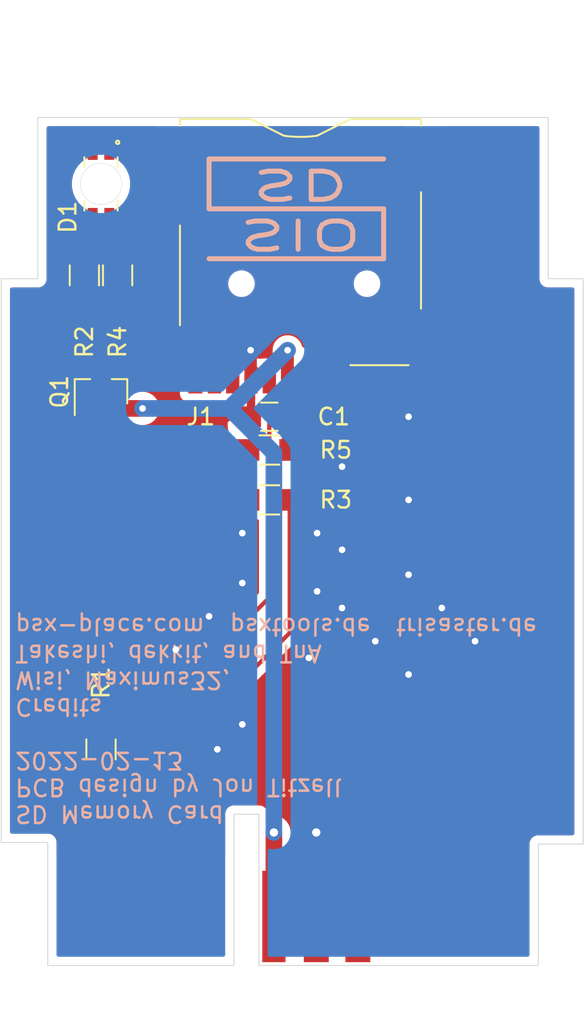
<source format=kicad_pcb>
(kicad_pcb (version 20171130) (host pcbnew "(5.1.6)-1")

  (general
    (thickness 1.6)
    (drawings 28)
    (tracks 87)
    (zones 0)
    (modules 10)
    (nets 17)
  )

  (page A4)
  (layers
    (0 F.Cu signal)
    (31 B.Cu signal)
    (32 B.Adhes user)
    (33 F.Adhes user)
    (34 B.Paste user)
    (35 F.Paste user)
    (36 B.SilkS user)
    (37 F.SilkS user)
    (38 B.Mask user)
    (39 F.Mask user)
    (40 Dwgs.User user)
    (41 Cmts.User user)
    (42 Eco1.User user)
    (43 Eco2.User user)
    (44 Edge.Cuts user)
    (45 Margin user)
    (46 B.CrtYd user)
    (47 F.CrtYd user)
    (48 B.Fab user)
    (49 F.Fab user)
  )

  (setup
    (last_trace_width 0.25)
    (trace_clearance 0.2)
    (zone_clearance 0.5)
    (zone_45_only no)
    (trace_min 0.2)
    (via_size 0.8)
    (via_drill 0.4)
    (via_min_size 0.4)
    (via_min_drill 0.3)
    (uvia_size 0.3)
    (uvia_drill 0.1)
    (uvias_allowed no)
    (uvia_min_size 0.2)
    (uvia_min_drill 0.1)
    (edge_width 0.05)
    (segment_width 0.2)
    (pcb_text_width 0.3)
    (pcb_text_size 1.5 1.5)
    (mod_edge_width 0.12)
    (mod_text_size 1 1)
    (mod_text_width 0.15)
    (pad_size 1.524 1.524)
    (pad_drill 0.762)
    (pad_to_mask_clearance 0.05)
    (aux_axis_origin 0 0)
    (visible_elements 7FFFFFFF)
    (pcbplotparams
      (layerselection 0x010f0_ffffffff)
      (usegerberextensions false)
      (usegerberattributes true)
      (usegerberadvancedattributes true)
      (creategerberjobfile true)
      (excludeedgelayer true)
      (linewidth 0.100000)
      (plotframeref false)
      (viasonmask false)
      (mode 1)
      (useauxorigin false)
      (hpglpennumber 1)
      (hpglpenspeed 20)
      (hpglpendiameter 15.000000)
      (psnegative false)
      (psa4output false)
      (plotreference true)
      (plotvalue true)
      (plotinvisibletext false)
      (padsonsilk false)
      (subtractmaskfromsilk false)
      (outputformat 1)
      (mirror false)
      (drillshape 0)
      (scaleselection 1)
      (outputdirectory "../gerbers"))
  )

  (net 0 "")
  (net 1 "Net-(D1-Pad2)")
  (net 2 "Net-(D1-Pad1)")
  (net 3 "Net-(J1-Pad8)")
  (net 4 /DATA)
  (net 5 /GND)
  (net 6 /CLK)
  (net 7 /+3V)
  (net 8 /CMD)
  (net 9 /_ATT)
  (net 10 "Net-(J1-Pad1)")
  (net 11 /_ACK)
  (net 12 /+7V)
  (net 13 "Net-(Q1-Pad1)")
  (net 14 "Net-(Q1-Pad3)")
  (net 15 "Net-(D1-Pad4)")
  (net 16 "Net-(J1-Pad10)")

  (net_class Default "This is the default net class."
    (clearance 0.2)
    (trace_width 0.25)
    (via_dia 0.8)
    (via_drill 0.4)
    (uvia_dia 0.3)
    (uvia_drill 0.1)
    (add_net /+3V)
    (add_net /+7V)
    (add_net /CLK)
    (add_net /CMD)
    (add_net /DATA)
    (add_net /GND)
    (add_net /_ACK)
    (add_net /_ATT)
    (add_net "Net-(D1-Pad1)")
    (add_net "Net-(D1-Pad2)")
    (add_net "Net-(D1-Pad4)")
    (add_net "Net-(J1-Pad1)")
    (add_net "Net-(J1-Pad10)")
    (add_net "Net-(J1-Pad8)")
    (add_net "Net-(Q1-Pad1)")
    (add_net "Net-(Q1-Pad3)")
  )

  (module SD4MC:Dialight_Dual_LED_5977703607F (layer F.Cu) (tedit 6208C086) (tstamp 6206B02F)
    (at 128 79 90)
    (path /620DCC50)
    (fp_text reference D1 (at -2 -2 90) (layer F.SilkS)
      (effects (font (size 1 1) (thickness 0.15)))
    )
    (fp_text value PWR/ACT (at 0 -5 90) (layer F.Fab)
      (effects (font (size 1 1) (thickness 0.15)))
    )
    (fp_line (start -1.6 0.8) (end -1.6 -0.8) (layer F.CrtYd) (width 0.12))
    (fp_line (start 1.6 0.8) (end -1.6 0.8) (layer F.CrtYd) (width 0.12))
    (fp_line (start 1.6 -0.8) (end 1.6 0.8) (layer F.CrtYd) (width 0.12))
    (fp_line (start -1.6 -0.8) (end 1.6 -0.8) (layer F.CrtYd) (width 0.12))
    (fp_circle (center 2.5 1) (end 2.6 1) (layer F.SilkS) (width 0.12))
    (fp_line (start -1 -1) (end -1.6 -1) (layer F.SilkS) (width 0.12))
    (fp_line (start -1.6 1) (end -1 1) (layer F.SilkS) (width 0.12))
    (fp_line (start 1.6 -1) (end 1 -1) (layer F.SilkS) (width 0.12))
    (fp_line (start 1 1) (end 1.6 1) (layer F.SilkS) (width 0.12))
    (pad 1 smd custom (at 1.8 0.5 90) (size 0.6 0.6) (layers F.Cu F.Paste F.Mask)
      (net 2 "Net-(D1-Pad1)") (zone_connect 0)
      (options (clearance outline) (anchor rect))
      (primitives
        (gr_poly (pts
           (xy 0.35 0.3) (xy 0.65 0) (xy 0.65 -0.3) (xy -0.35 -0.3) (xy -0.35 0.3)
) (width 0))
      ))
    (pad 2 smd rect (at -1.945 0.5 90) (size 1 0.6) (layers F.Cu F.Paste F.Mask)
      (net 1 "Net-(D1-Pad2)"))
    (pad 3 smd rect (at 1.945 -0.5 90) (size 1 0.6) (layers F.Cu F.Paste F.Mask)
      (net 2 "Net-(D1-Pad1)"))
    (pad 4 smd rect (at -1.945 -0.5 90) (size 1 0.6) (layers F.Cu F.Paste F.Mask)
      (net 15 "Net-(D1-Pad4)"))
    (pad "" np_thru_hole circle (at 0 0 90) (size 2.5 2.5) (drill 2.49) (layers *.Cu *.Mask))
  )

  (module SD4MC:Yamaichi_microsd_PJS008-2003-1 (layer F.Cu) (tedit 6208AFFF) (tstamp 6206495B)
    (at 140 85)
    (path /6205B025)
    (fp_text reference J1 (at -6 8) (layer F.SilkS)
      (effects (font (size 1 1) (thickness 0.15)))
    )
    (fp_text value Micro_SD_Card (at 0 10) (layer F.Fab)
      (effects (font (size 1 1) (thickness 0.15)))
    )
    (fp_text user "Pushed Position" (at 0 -11) (layer Cmts.User)
      (effects (font (size 1 1) (thickness 0.15)))
    )
    (fp_text user "Locked Position" (at 0 -13) (layer Cmts.User)
      (effects (font (size 1 1) (thickness 0.15)))
    )
    (fp_text user "Ejected Position" (at 0 -16) (layer Cmts.User)
      (effects (font (size 1 1) (thickness 0.15)))
    )
    (fp_arc (start -0.000001 -15.899999) (end -1 -8.9) (angle -16.26020471) (layer F.SilkS) (width 0.12))
    (fp_line (start -7 -12) (end -7 -11) (layer Cmts.User) (width 0.12))
    (fp_line (start 7 -12) (end 7 -11) (layer Cmts.User) (width 0.12))
    (fp_line (start 7 -14) (end 7 -13) (layer Cmts.User) (width 0.12))
    (fp_line (start -7 -14) (end -7 -13) (layer Cmts.User) (width 0.12))
    (fp_line (start -7 -17) (end -7 -16) (layer Cmts.User) (width 0.12))
    (fp_line (start 7 -17) (end 7 -16) (layer Cmts.User) (width 0.12))
    (fp_line (start 7 -17) (end -7 -17) (layer Cmts.User) (width 0.12))
    (fp_line (start 7.25 -9.5) (end 7.25 -9.9) (layer F.SilkS) (width 0.12))
    (fp_line (start -7.25 -9.9) (end -7.25 -9.5) (layer F.SilkS) (width 0.12))
    (fp_line (start -1 -8.9) (end -3 -9.9) (layer F.SilkS) (width 0.12))
    (fp_line (start 1 -8.9) (end 3 -9.9) (layer F.SilkS) (width 0.12))
    (fp_line (start 3 -9.9) (end 7.25 -9.9) (layer F.SilkS) (width 0.12))
    (fp_line (start -7.25 -9.9) (end -3 -9.9) (layer F.SilkS) (width 0.12))
    (fp_line (start -7.25 2.5) (end -7.25 -3.5) (layer F.SilkS) (width 0.12))
    (fp_line (start 7.25 1.5) (end 7.25 -5.5) (layer F.SilkS) (width 0.12))
    (fp_line (start 3 4.9) (end 6.5 4.9) (layer F.SilkS) (width 0.12))
    (fp_line (start -7.25 -9.9) (end 7.25 -9.9) (layer F.CrtYd) (width 0.12))
    (fp_line (start 7.25 -9.9) (end 7.25 4.9) (layer F.CrtYd) (width 0.12))
    (fp_line (start 7.25 4.9) (end -7.25 4.9) (layer F.CrtYd) (width 0.12))
    (fp_line (start -7.25 4.9) (end -7.25 -9.9) (layer F.CrtYd) (width 0.12))
    (fp_line (start -7 -12) (end 7 -12) (layer Cmts.User) (width 0.12))
    (fp_line (start -7 -14) (end 7 -14) (layer Cmts.User) (width 0.12))
    (pad 1 smd rect (at 2.525 5.8) (size 0.8 1.6) (layers F.Cu F.Paste F.Mask)
      (net 10 "Net-(J1-Pad1)"))
    (pad 2 smd rect (at 1.425 5.8) (size 0.8 1.6) (layers F.Cu F.Paste F.Mask)
      (net 9 /_ATT))
    (pad 3 smd rect (at 0.325 5.8) (size 0.8 1.6) (layers F.Cu F.Paste F.Mask)
      (net 8 /CMD))
    (pad 4 smd rect (at -0.775 5.8) (size 0.8 1.6) (layers F.Cu F.Paste F.Mask)
      (net 7 /+3V))
    (pad 5 smd rect (at -1.875 5.8) (size 0.8 1.6) (layers F.Cu F.Paste F.Mask)
      (net 6 /CLK))
    (pad 6 smd rect (at -2.975 5.8) (size 0.8 1.6) (layers F.Cu F.Paste F.Mask)
      (net 5 /GND))
    (pad 7 smd rect (at -4.075 5.8) (size 0.8 1.6) (layers F.Cu F.Paste F.Mask)
      (net 4 /DATA))
    (pad 8 smd rect (at -5.175 5.8) (size 0.8 1.6) (layers F.Cu F.Paste F.Mask)
      (net 3 "Net-(J1-Pad8)"))
    (pad 9 smd rect (at -6.325 5.8) (size 0.85 1.6) (layers F.Cu F.Paste F.Mask)
      (net 2 "Net-(D1-Pad1)"))
    (pad "" np_thru_hole circle (at 4 0) (size 0.6 0.6) (drill 0.6) (layers *.Cu *.Mask))
    (pad "" np_thru_hole circle (at -3.55 0) (size 0.6 0.6) (drill 0.6) (layers *.Cu *.Mask))
    (pad 11 smd rect (at 7.4 3.65) (size 1.6 3.5) (layers F.Cu F.Paste F.Mask)
      (net 5 /GND))
    (pad 11 smd rect (at 7.5 -7.35) (size 1.4 3.5) (layers F.Cu F.Paste F.Mask)
      (net 5 /GND))
    (pad 11 smd rect (at -7.45 -7.35) (size 1.5 3.5) (layers F.Cu F.Paste F.Mask)
      (net 5 /GND))
    (pad 11 smd rect (at -7.6 4.15) (size 1.2 3.1) (layers F.Cu F.Paste F.Mask)
      (net 5 /GND))
    (pad 10 smd rect (at -7.225 -4.4) (size 1.95 1.4) (layers F.Cu F.Paste F.Mask)
      (net 16 "Net-(J1-Pad10)"))
    (model ${KIPRJMOD}/Yamaichi_microsd_PJS008-2003-1.stp
      (offset (xyz 0 2.25 0))
      (scale (xyz 1 1 1))
      (rotate (xyz -90 0 180))
    )
  )

  (module Capacitors_SMD:C_0805_HandSoldering (layer F.Cu) (tedit 58AA84A8) (tstamp 6206C82C)
    (at 138.125 93 180)
    (descr "Capacitor SMD 0805, hand soldering")
    (tags "capacitor 0805")
    (path /620EFC42)
    (attr smd)
    (fp_text reference C1 (at -3.875 0) (layer F.SilkS)
      (effects (font (size 1 1) (thickness 0.15)))
    )
    (fp_text value 0.1u (at 0 1.75) (layer F.Fab)
      (effects (font (size 1 1) (thickness 0.15)))
    )
    (fp_line (start 2.25 0.87) (end -2.25 0.87) (layer F.CrtYd) (width 0.05))
    (fp_line (start 2.25 0.87) (end 2.25 -0.88) (layer F.CrtYd) (width 0.05))
    (fp_line (start -2.25 -0.88) (end -2.25 0.87) (layer F.CrtYd) (width 0.05))
    (fp_line (start -2.25 -0.88) (end 2.25 -0.88) (layer F.CrtYd) (width 0.05))
    (fp_line (start -0.5 0.85) (end 0.5 0.85) (layer F.SilkS) (width 0.12))
    (fp_line (start 0.5 -0.85) (end -0.5 -0.85) (layer F.SilkS) (width 0.12))
    (fp_line (start -1 -0.62) (end 1 -0.62) (layer F.Fab) (width 0.1))
    (fp_line (start 1 -0.62) (end 1 0.62) (layer F.Fab) (width 0.1))
    (fp_line (start 1 0.62) (end -1 0.62) (layer F.Fab) (width 0.1))
    (fp_line (start -1 0.62) (end -1 -0.62) (layer F.Fab) (width 0.1))
    (fp_text user %R (at 0 -1.75) (layer F.Fab)
      (effects (font (size 1 1) (thickness 0.15)))
    )
    (pad 1 smd rect (at -1.25 0 180) (size 1.5 1.25) (layers F.Cu F.Paste F.Mask)
      (net 7 /+3V))
    (pad 2 smd rect (at 1.25 0 180) (size 1.5 1.25) (layers F.Cu F.Paste F.Mask)
      (net 5 /GND))
    (model Capacitors_SMD.3dshapes/C_0805.wrl
      (at (xyz 0 0 0))
      (scale (xyz 1 1 1))
      (rotate (xyz 0 0 0))
    )
  )

  (module Resistors_SMD:R_0805_HandSoldering (layer F.Cu) (tedit 58E0A804) (tstamp 6206498B)
    (at 138.125 95)
    (descr "Resistor SMD 0805, hand soldering")
    (tags "resistor 0805")
    (path /6205E0B2)
    (attr smd)
    (fp_text reference R5 (at 4 0) (layer F.SilkS)
      (effects (font (size 1 1) (thickness 0.15)))
    )
    (fp_text value 10k (at 0 1.75) (layer F.Fab)
      (effects (font (size 1 1) (thickness 0.15)))
    )
    (fp_line (start 2.35 0.9) (end -2.35 0.9) (layer F.CrtYd) (width 0.05))
    (fp_line (start 2.35 0.9) (end 2.35 -0.9) (layer F.CrtYd) (width 0.05))
    (fp_line (start -2.35 -0.9) (end -2.35 0.9) (layer F.CrtYd) (width 0.05))
    (fp_line (start -2.35 -0.9) (end 2.35 -0.9) (layer F.CrtYd) (width 0.05))
    (fp_line (start -0.6 -0.88) (end 0.6 -0.88) (layer F.SilkS) (width 0.12))
    (fp_line (start 0.6 0.88) (end -0.6 0.88) (layer F.SilkS) (width 0.12))
    (fp_line (start -1 -0.62) (end 1 -0.62) (layer F.Fab) (width 0.1))
    (fp_line (start 1 -0.62) (end 1 0.62) (layer F.Fab) (width 0.1))
    (fp_line (start 1 0.62) (end -1 0.62) (layer F.Fab) (width 0.1))
    (fp_line (start -1 0.62) (end -1 -0.62) (layer F.Fab) (width 0.1))
    (fp_text user %R (at 0 0) (layer F.Fab)
      (effects (font (size 0.5 0.5) (thickness 0.075)))
    )
    (pad 1 smd rect (at -1.35 0) (size 1.5 1.3) (layers F.Cu F.Paste F.Mask)
      (net 13 "Net-(Q1-Pad1)"))
    (pad 2 smd rect (at 1.35 0) (size 1.5 1.3) (layers F.Cu F.Paste F.Mask)
      (net 7 /+3V))
    (model ${KISYS3DMOD}/Resistors_SMD.3dshapes/R_0805.wrl
      (at (xyz 0 0 0))
      (scale (xyz 1 1 1))
      (rotate (xyz 0 0 0))
    )
  )

  (module Resistors_SMD:R_0805_HandSoldering (layer F.Cu) (tedit 58E0A804) (tstamp 62064988)
    (at 129 84.5 270)
    (descr "Resistor SMD 0805, hand soldering")
    (tags "resistor 0805")
    (path /6205DB58)
    (attr smd)
    (fp_text reference R4 (at 4 0 90) (layer F.SilkS)
      (effects (font (size 1 1) (thickness 0.15)))
    )
    (fp_text value 47 (at 0 1.75 90) (layer F.Fab)
      (effects (font (size 1 1) (thickness 0.15)))
    )
    (fp_line (start 2.35 0.9) (end -2.35 0.9) (layer F.CrtYd) (width 0.05))
    (fp_line (start 2.35 0.9) (end 2.35 -0.9) (layer F.CrtYd) (width 0.05))
    (fp_line (start -2.35 -0.9) (end -2.35 0.9) (layer F.CrtYd) (width 0.05))
    (fp_line (start -2.35 -0.9) (end 2.35 -0.9) (layer F.CrtYd) (width 0.05))
    (fp_line (start -0.6 -0.88) (end 0.6 -0.88) (layer F.SilkS) (width 0.12))
    (fp_line (start 0.6 0.88) (end -0.6 0.88) (layer F.SilkS) (width 0.12))
    (fp_line (start -1 -0.62) (end 1 -0.62) (layer F.Fab) (width 0.1))
    (fp_line (start 1 -0.62) (end 1 0.62) (layer F.Fab) (width 0.1))
    (fp_line (start 1 0.62) (end -1 0.62) (layer F.Fab) (width 0.1))
    (fp_line (start -1 0.62) (end -1 -0.62) (layer F.Fab) (width 0.1))
    (fp_text user %R (at 0 0 90) (layer F.Fab)
      (effects (font (size 0.5 0.5) (thickness 0.075)))
    )
    (pad 1 smd rect (at -1.35 0 270) (size 1.5 1.3) (layers F.Cu F.Paste F.Mask)
      (net 1 "Net-(D1-Pad2)"))
    (pad 2 smd rect (at 1.35 0 270) (size 1.5 1.3) (layers F.Cu F.Paste F.Mask)
      (net 7 /+3V))
    (model ${KISYS3DMOD}/Resistors_SMD.3dshapes/R_0805.wrl
      (at (xyz 0 0 0))
      (scale (xyz 1 1 1))
      (rotate (xyz 0 0 0))
    )
  )

  (module Resistors_SMD:R_0805_HandSoldering (layer F.Cu) (tedit 58E0A804) (tstamp 6208CD1D)
    (at 138.125 98)
    (descr "Resistor SMD 0805, hand soldering")
    (tags "resistor 0805")
    (path /6205E671)
    (attr smd)
    (fp_text reference R3 (at 4 0) (layer F.SilkS)
      (effects (font (size 1 1) (thickness 0.15)))
    )
    (fp_text value 100 (at 0 1.75) (layer F.Fab)
      (effects (font (size 1 1) (thickness 0.15)))
    )
    (fp_line (start 2.35 0.9) (end -2.35 0.9) (layer F.CrtYd) (width 0.05))
    (fp_line (start 2.35 0.9) (end 2.35 -0.9) (layer F.CrtYd) (width 0.05))
    (fp_line (start -2.35 -0.9) (end -2.35 0.9) (layer F.CrtYd) (width 0.05))
    (fp_line (start -2.35 -0.9) (end 2.35 -0.9) (layer F.CrtYd) (width 0.05))
    (fp_line (start -0.6 -0.88) (end 0.6 -0.88) (layer F.SilkS) (width 0.12))
    (fp_line (start 0.6 0.88) (end -0.6 0.88) (layer F.SilkS) (width 0.12))
    (fp_line (start -1 -0.62) (end 1 -0.62) (layer F.Fab) (width 0.1))
    (fp_line (start 1 -0.62) (end 1 0.62) (layer F.Fab) (width 0.1))
    (fp_line (start 1 0.62) (end -1 0.62) (layer F.Fab) (width 0.1))
    (fp_line (start -1 0.62) (end -1 -0.62) (layer F.Fab) (width 0.1))
    (fp_text user %R (at 0 0) (layer F.Fab)
      (effects (font (size 0.5 0.5) (thickness 0.075)))
    )
    (pad 1 smd rect (at -1.35 0) (size 1.5 1.3) (layers F.Cu F.Paste F.Mask)
      (net 13 "Net-(Q1-Pad1)"))
    (pad 2 smd rect (at 1.35 0) (size 1.5 1.3) (layers F.Cu F.Paste F.Mask)
      (net 9 /_ATT))
    (model ${KISYS3DMOD}/Resistors_SMD.3dshapes/R_0805.wrl
      (at (xyz 0 0 0))
      (scale (xyz 1 1 1))
      (rotate (xyz 0 0 0))
    )
  )

  (module Resistors_SMD:R_0805_HandSoldering (layer F.Cu) (tedit 58E0A804) (tstamp 6208F180)
    (at 127 84.5 270)
    (descr "Resistor SMD 0805, hand soldering")
    (tags "resistor 0805")
    (path /6205CE37)
    (attr smd)
    (fp_text reference R2 (at 4 0 90) (layer F.SilkS)
      (effects (font (size 1 1) (thickness 0.15)))
    )
    (fp_text value 47 (at 0 1.75 90) (layer F.Fab)
      (effects (font (size 1 1) (thickness 0.15)))
    )
    (fp_line (start 2.35 0.9) (end -2.35 0.9) (layer F.CrtYd) (width 0.05))
    (fp_line (start 2.35 0.9) (end 2.35 -0.9) (layer F.CrtYd) (width 0.05))
    (fp_line (start -2.35 -0.9) (end -2.35 0.9) (layer F.CrtYd) (width 0.05))
    (fp_line (start -2.35 -0.9) (end 2.35 -0.9) (layer F.CrtYd) (width 0.05))
    (fp_line (start -0.6 -0.88) (end 0.6 -0.88) (layer F.SilkS) (width 0.12))
    (fp_line (start 0.6 0.88) (end -0.6 0.88) (layer F.SilkS) (width 0.12))
    (fp_line (start -1 -0.62) (end 1 -0.62) (layer F.Fab) (width 0.1))
    (fp_line (start 1 -0.62) (end 1 0.62) (layer F.Fab) (width 0.1))
    (fp_line (start 1 0.62) (end -1 0.62) (layer F.Fab) (width 0.1))
    (fp_line (start -1 0.62) (end -1 -0.62) (layer F.Fab) (width 0.1))
    (fp_text user %R (at 0 0 90) (layer F.Fab)
      (effects (font (size 0.5 0.5) (thickness 0.075)))
    )
    (pad 1 smd rect (at -1.35 0 270) (size 1.5 1.3) (layers F.Cu F.Paste F.Mask)
      (net 15 "Net-(D1-Pad4)"))
    (pad 2 smd rect (at 1.35 0 270) (size 1.5 1.3) (layers F.Cu F.Paste F.Mask)
      (net 14 "Net-(Q1-Pad3)"))
    (model ${KISYS3DMOD}/Resistors_SMD.3dshapes/R_0805.wrl
      (at (xyz 0 0 0))
      (scale (xyz 1 1 1))
      (rotate (xyz 0 0 0))
    )
  )

  (module Resistors_SMD:R_0805_HandSoldering (layer F.Cu) (tedit 58E0A804) (tstamp 6206497F)
    (at 128 113 270)
    (descr "Resistor SMD 0805, hand soldering")
    (tags "resistor 0805")
    (path /6205EE5F)
    (attr smd)
    (fp_text reference R1 (at -4 0 90) (layer F.SilkS)
      (effects (font (size 1 1) (thickness 0.15)))
    )
    (fp_text value 100 (at 0 1.75 90) (layer F.Fab)
      (effects (font (size 1 1) (thickness 0.15)))
    )
    (fp_line (start 2.35 0.9) (end -2.35 0.9) (layer F.CrtYd) (width 0.05))
    (fp_line (start 2.35 0.9) (end 2.35 -0.9) (layer F.CrtYd) (width 0.05))
    (fp_line (start -2.35 -0.9) (end -2.35 0.9) (layer F.CrtYd) (width 0.05))
    (fp_line (start -2.35 -0.9) (end 2.35 -0.9) (layer F.CrtYd) (width 0.05))
    (fp_line (start -0.6 -0.88) (end 0.6 -0.88) (layer F.SilkS) (width 0.12))
    (fp_line (start 0.6 0.88) (end -0.6 0.88) (layer F.SilkS) (width 0.12))
    (fp_line (start -1 -0.62) (end 1 -0.62) (layer F.Fab) (width 0.1))
    (fp_line (start 1 -0.62) (end 1 0.62) (layer F.Fab) (width 0.1))
    (fp_line (start 1 0.62) (end -1 0.62) (layer F.Fab) (width 0.1))
    (fp_line (start -1 0.62) (end -1 -0.62) (layer F.Fab) (width 0.1))
    (fp_text user %R (at 0 0 90) (layer F.Fab)
      (effects (font (size 0.5 0.5) (thickness 0.075)))
    )
    (pad 1 smd rect (at -1.35 0 270) (size 1.5 1.3) (layers F.Cu F.Paste F.Mask)
      (net 5 /GND))
    (pad 2 smd rect (at 1.35 0 270) (size 1.5 1.3) (layers F.Cu F.Paste F.Mask)
      (net 11 /_ACK))
    (model ${KISYS3DMOD}/Resistors_SMD.3dshapes/R_0805.wrl
      (at (xyz 0 0 0))
      (scale (xyz 1 1 1))
      (rotate (xyz 0 0 0))
    )
  )

  (module TO_SOT_Packages_SMD:SOT-23 (layer F.Cu) (tedit 58CE4E7E) (tstamp 6206497C)
    (at 128 91.5 90)
    (descr "SOT-23, Standard")
    (tags SOT-23)
    (path /6205F20A)
    (attr smd)
    (fp_text reference Q1 (at 0 -2.5 90) (layer F.SilkS)
      (effects (font (size 1 1) (thickness 0.15)))
    )
    (fp_text value DMP10H4D2S (at 0 2.5 90) (layer F.Fab)
      (effects (font (size 1 1) (thickness 0.15)))
    )
    (fp_line (start 0.76 1.58) (end -0.7 1.58) (layer F.SilkS) (width 0.12))
    (fp_line (start 0.76 -1.58) (end -1.4 -1.58) (layer F.SilkS) (width 0.12))
    (fp_line (start -1.7 1.75) (end -1.7 -1.75) (layer F.CrtYd) (width 0.05))
    (fp_line (start 1.7 1.75) (end -1.7 1.75) (layer F.CrtYd) (width 0.05))
    (fp_line (start 1.7 -1.75) (end 1.7 1.75) (layer F.CrtYd) (width 0.05))
    (fp_line (start -1.7 -1.75) (end 1.7 -1.75) (layer F.CrtYd) (width 0.05))
    (fp_line (start 0.76 -1.58) (end 0.76 -0.65) (layer F.SilkS) (width 0.12))
    (fp_line (start 0.76 1.58) (end 0.76 0.65) (layer F.SilkS) (width 0.12))
    (fp_line (start -0.7 1.52) (end 0.7 1.52) (layer F.Fab) (width 0.1))
    (fp_line (start 0.7 -1.52) (end 0.7 1.52) (layer F.Fab) (width 0.1))
    (fp_line (start -0.7 -0.95) (end -0.15 -1.52) (layer F.Fab) (width 0.1))
    (fp_line (start -0.15 -1.52) (end 0.7 -1.52) (layer F.Fab) (width 0.1))
    (fp_line (start -0.7 -0.95) (end -0.7 1.5) (layer F.Fab) (width 0.1))
    (fp_text user %R (at 0 0) (layer F.Fab)
      (effects (font (size 0.5 0.5) (thickness 0.075)))
    )
    (pad 1 smd rect (at -1 -0.95 90) (size 0.9 0.8) (layers F.Cu F.Paste F.Mask)
      (net 13 "Net-(Q1-Pad1)"))
    (pad 2 smd rect (at -1 0.95 90) (size 0.9 0.8) (layers F.Cu F.Paste F.Mask)
      (net 7 /+3V))
    (pad 3 smd rect (at 1 0 90) (size 0.9 0.8) (layers F.Cu F.Paste F.Mask)
      (net 14 "Net-(Q1-Pad3)"))
    (model ${KISYS3DMOD}/TO_SOT_Packages_SMD.3dshapes/SOT-23.wrl
      (at (xyz 0 0 0))
      (scale (xyz 1 1 1))
      (rotate (xyz 0 0 0))
    )
  )

  (module SD4MC:PlayStation2_MemoryCard locked (layer F.Cu) (tedit 5EAC023B) (tstamp 6206A038)
    (at 139.5 126)
    (path /6205FE35)
    (fp_text reference J2 (at 0 1.25) (layer F.Fab)
      (effects (font (size 1 1) (thickness 0.1)))
    )
    (fp_text value PS2_SIO (at 0 2.75) (layer F.Fab)
      (effects (font (size 1 1) (thickness 0.1)))
    )
    (fp_line (start 14.7 0) (end 14.7 -7.3) (layer F.Fab) (width 0.1))
    (fp_line (start -14.7 0) (end -14.7 -7.3) (layer F.Fab) (width 0.1))
    (fp_line (start 14.7 -7.3) (end 17.5 -7.3) (layer F.Fab) (width 0.1))
    (fp_line (start -14.7 -7.3) (end -17.5 -7.3) (layer F.Fab) (width 0.1))
    (fp_line (start -17.5 -7.3) (end -17.5 -41.3) (layer F.Fab) (width 0.1))
    (fp_line (start 17.5 -7.3) (end 17.5 -41.3) (layer F.Fab) (width 0.1))
    (fp_line (start 17.5 -41.3) (end 15.3 -41.3) (layer F.Fab) (width 0.1))
    (fp_line (start -17.5 -41.3) (end -15.3 -41.3) (layer F.Fab) (width 0.1))
    (fp_line (start -15.3 -41.3) (end -15.3 -51) (layer F.Fab) (width 0.1))
    (fp_line (start 15.3 -41.3) (end 15.3 -51) (layer F.Fab) (width 0.1))
    (fp_line (start 15.3 -51) (end -15.3 -51) (layer F.Fab) (width 0.1))
    (fp_line (start -15.3 -45) (end 15.3 -45) (layer F.Fab) (width 0.1))
    (fp_line (start -3.6 0) (end -3.6 -9.1) (layer F.Fab) (width 0.1))
    (fp_line (start -3.6 -9.1) (end -2 -9.1) (layer F.Fab) (width 0.1))
    (fp_line (start -2 -9.1) (end -2 0) (layer F.Fab) (width 0.1))
    (fp_line (start -14.7 0) (end -3.6 0) (layer F.Fab) (width 0.1))
    (fp_line (start -2 0) (end 14.7 0) (layer F.Fab) (width 0.1))
    (fp_circle (center 0 -26.3) (end 1.3 -26.3) (layer F.Fab) (width 0.1))
    (pad 1 smd rect (at 11.95 -3.35) (size 1.5 4.7) (layers F.Cu F.Mask)
      (net 4 /DATA))
    (pad 2 smd rect (at 9.45 -3.35) (size 1.5 4.7) (layers F.Cu F.Mask)
      (net 8 /CMD))
    (pad 6 smd rect (at -6.45 -3.35) (size 1.5 4.7) (layers F.Cu F.Mask)
      (net 9 /_ATT))
    (pad 7 smd rect (at -8.95 -3.35) (size 1.5 4.7) (layers F.Cu F.Mask)
      (net 6 /CLK))
    (pad 8 smd rect (at -11.45 -3.35) (size 1.5 4.7) (layers F.Cu F.Mask)
      (net 11 /_ACK))
    (pad 3 smd rect (at 3.95 -2.95) (size 1.5 5.5) (layers F.Cu F.Mask)
      (net 12 /+7V))
    (pad 4 smd rect (at 1.45 -2.95) (size 1.5 5.5) (layers F.Cu F.Mask)
      (net 5 /GND))
    (pad 5 smd rect (at -1.1 -2.95) (size 1.4 5.5) (layers F.Cu F.Mask)
      (net 7 /+3V))
  )

  (gr_text SIO (at 140 82 180) (layer B.SilkS)
    (effects (font (size 1.7 3) (thickness 0.3)) (justify mirror))
  )
  (gr_text SD (at 140 79 180) (layer B.SilkS)
    (effects (font (size 1.7 3) (thickness 0.3)) (justify mirror))
  )
  (gr_line (start 134.5 77.5) (end 145 77.5) (layer B.SilkS) (width 0.3))
  (gr_line (start 134.5 80.5) (end 134.5 77.5) (layer B.SilkS) (width 0.3))
  (gr_line (start 145 80.5) (end 134.5 80.5) (layer B.SilkS) (width 0.3))
  (gr_line (start 145 83.5) (end 145 80.5) (layer B.SilkS) (width 0.3))
  (gr_line (start 134.5 83.5) (end 145 83.5) (layer B.SilkS) (width 0.3))
  (gr_text "SD Memory Card\nPCB design by Jon Titzell\n2022-02-13\n\nCredits\nWisi, Maximus32,\nTakeshi, dekkit, and TnA\npsx-place.com  psxtools.de  trisaster.de" (at 122.75 111.25 180) (layer B.SilkS) (tstamp 62090335)
    (effects (font (size 1 1) (thickness 0.15)) (justify left mirror))
  )
  (gr_line (start 124.8 118.6) (end 124.8 126) (layer Edge.Cuts) (width 0.05) (tstamp 62064AF3))
  (gr_line (start 122 118.6) (end 124.8 118.6) (layer Edge.Cuts) (width 0.05))
  (gr_line (start 122 84.7) (end 122 118.6) (layer Edge.Cuts) (width 0.05))
  (gr_line (start 124.2 84.7) (end 122 84.7) (layer Edge.Cuts) (width 0.05))
  (gr_line (start 124.2 75) (end 124.2 84.7) (layer Edge.Cuts) (width 0.05))
  (gr_line (start 154.9 75) (end 124.2 75) (layer Edge.Cuts) (width 0.05))
  (gr_line (start 154.9 84.7) (end 154.9 75) (layer Edge.Cuts) (width 0.05))
  (gr_line (start 157 84.7) (end 154.9 84.7) (layer Edge.Cuts) (width 0.05))
  (gr_line (start 157 118.7) (end 157 84.7) (layer Edge.Cuts) (width 0.05))
  (gr_line (start 154.3 118.7) (end 157 118.7) (layer Edge.Cuts) (width 0.05))
  (gr_line (start 154.3 126) (end 154.3 118.7) (layer Edge.Cuts) (width 0.05))
  (gr_line (start 137.5 126) (end 154.3 126) (layer Edge.Cuts) (width 0.05))
  (gr_line (start 137.5 116.9) (end 137.5 126) (layer Edge.Cuts) (width 0.05))
  (gr_line (start 136 116.9) (end 137.5 116.9) (layer Edge.Cuts) (width 0.05))
  (gr_line (start 136 126) (end 136 116.9) (layer Edge.Cuts) (width 0.05))
  (gr_line (start 124.8 126) (end 136 126) (layer Edge.Cuts) (width 0.05))
  (gr_line (start 122 75) (end 122 126) (layer Margin) (width 0.15))
  (gr_line (start 157 75) (end 122 75) (layer Margin) (width 0.15))
  (gr_line (start 157 126) (end 157 75) (layer Margin) (width 0.15))
  (gr_line (start 122 126) (end 157 126) (layer Margin) (width 0.15))

  (segment (start 128.5 82.65) (end 129 83.15) (width 0.25) (layer F.Cu) (net 1))
  (segment (start 128.5 80.895) (end 128.5 82.65) (width 0.25) (layer F.Cu) (net 1))
  (segment (start 127.5 77.105) (end 128.5 77.105) (width 0.25) (layer F.Cu) (net 2))
  (segment (start 133.675 86.675) (end 133.675 90.8) (width 0.25) (layer F.Cu) (net 2))
  (segment (start 131 79) (end 131 84) (width 0.25) (layer F.Cu) (net 2))
  (segment (start 128.5 77.105) (end 129.105 77.105) (width 0.25) (layer F.Cu) (net 2))
  (segment (start 131 84) (end 133.675 86.675) (width 0.25) (layer F.Cu) (net 2))
  (segment (start 129.105 77.105) (end 131 79) (width 0.25) (layer F.Cu) (net 2))
  (segment (start 145 88) (end 145 103) (width 0.25) (layer F.Cu) (net 4))
  (segment (start 151.5 109.5) (end 151.5 122.6) (width 0.25) (layer F.Cu) (net 4))
  (segment (start 144 87) (end 145 88) (width 0.25) (layer F.Cu) (net 4))
  (segment (start 137 87) (end 144 87) (width 0.25) (layer F.Cu) (net 4))
  (segment (start 135.925 90.8) (end 135.925 88.075) (width 0.25) (layer F.Cu) (net 4))
  (segment (start 135.925 88.075) (end 137 87) (width 0.25) (layer F.Cu) (net 4))
  (segment (start 145 103) (end 151.5 109.5) (width 0.25) (layer F.Cu) (net 4))
  (segment (start 137.025 92.85) (end 136.875 93) (width 0.5) (layer F.Cu) (net 5))
  (segment (start 137.025 90.8) (end 137.025 92.85) (width 0.5) (layer F.Cu) (net 5))
  (segment (start 140.95 123.05) (end 140.95 118) (width 1) (layer F.Cu) (net 5))
  (segment (start 140.95 118) (end 140.95 118) (width 1) (layer F.Cu) (net 5) (tstamp 6208DBDD))
  (via (at 140.95 118) (size 1) (drill 0.5) (layers F.Cu B.Cu) (net 5))
  (via (at 146.5 108.5) (size 0.8) (drill 0.4) (layers F.Cu B.Cu) (net 5))
  (via (at 144.5 106.5) (size 0.8) (drill 0.4) (layers F.Cu B.Cu) (net 5))
  (via (at 142.5 104.5) (size 0.8) (drill 0.4) (layers F.Cu B.Cu) (net 5))
  (via (at 142.5 101) (size 0.8) (drill 0.4) (layers F.Cu B.Cu) (net 5))
  (via (at 142.5 96) (size 0.8) (drill 0.4) (layers F.Cu B.Cu) (net 5))
  (via (at 146.5 102.5) (size 0.8) (drill 0.4) (layers F.Cu B.Cu) (net 5))
  (via (at 148.5 104.5) (size 0.8) (drill 0.4) (layers F.Cu B.Cu) (net 5))
  (via (at 150.5 106.5) (size 0.8) (drill 0.4) (layers F.Cu B.Cu) (net 5))
  (via (at 146.5 98) (size 0.8) (drill 0.4) (layers F.Cu B.Cu) (net 5))
  (via (at 146.5 93) (size 0.8) (drill 0.4) (layers F.Cu B.Cu) (net 5))
  (via (at 136.5 103) (size 0.8) (drill 0.4) (layers F.Cu B.Cu) (net 5))
  (via (at 134.5 105) (size 0.8) (drill 0.4) (layers F.Cu B.Cu) (net 5))
  (via (at 132.5 107) (size 0.8) (drill 0.4) (layers F.Cu B.Cu) (net 5))
  (via (at 135 113) (size 0.8) (drill 0.4) (layers F.Cu B.Cu) (net 5))
  (via (at 136.5 111.5) (size 0.8) (drill 0.4) (layers F.Cu B.Cu) (net 5))
  (via (at 140.5 107.5) (size 0.8) (drill 0.4) (layers F.Cu B.Cu) (net 5))
  (via (at 136.5 100) (size 0.8) (drill 0.4) (layers F.Cu B.Cu) (net 5))
  (via (at 137 89) (size 0.8) (drill 0.4) (layers F.Cu B.Cu) (net 5))
  (via (at 141 103.5) (size 0.8) (drill 0.4) (layers F.Cu B.Cu) (net 5))
  (via (at 141 100) (size 0.8) (drill 0.4) (layers F.Cu B.Cu) (net 5))
  (segment (start 137 90.775) (end 137.025 90.8) (width 0.25) (layer F.Cu) (net 5))
  (segment (start 137 89) (end 137 90.775) (width 0.75) (layer F.Cu) (net 5))
  (segment (start 138.125 103.875) (end 138.125 94.875) (width 0.25) (layer F.Cu) (net 6))
  (segment (start 138.125 94.875) (end 138.125 90.8) (width 0.25) (layer F.Cu) (net 6))
  (segment (start 130.55 122.65) (end 130.55 111.45) (width 0.25) (layer F.Cu) (net 6))
  (segment (start 130.55 111.45) (end 138.125 103.875) (width 0.25) (layer F.Cu) (net 6))
  (segment (start 139.225 92.85) (end 139.375 93) (width 1) (layer F.Cu) (net 7))
  (segment (start 139.225 90.8) (end 139.225 92.85) (width 0.75) (layer F.Cu) (net 7))
  (segment (start 138.4 123.05) (end 138.45 123) (width 1) (layer F.Cu) (net 7))
  (segment (start 139.375 93) (end 139.35 93.025) (width 1) (layer F.Cu) (net 7))
  (segment (start 139.375 94.9) (end 139.475 95) (width 0.25) (layer F.Cu) (net 7))
  (segment (start 139.375 93) (end 139.375 94.9) (width 1) (layer F.Cu) (net 7))
  (segment (start 138.4 123.05) (end 138.4 118) (width 1) (layer F.Cu) (net 7))
  (segment (start 138.4 118) (end 138.4 118) (width 1) (layer F.Cu) (net 7) (tstamp 6208D1E5))
  (via (at 138.4 118) (size 1) (drill 0.5) (layers F.Cu B.Cu) (net 7))
  (via (at 139.225 89) (size 0.8) (drill 0.4) (layers F.Cu B.Cu) (net 7))
  (via (at 130.500008 92.500008) (size 0.8) (drill 0.4) (layers F.Cu B.Cu) (net 7))
  (segment (start 128.95 92.5) (end 130.5 92.5) (width 1) (layer F.Cu) (net 7))
  (segment (start 130.5 92.5) (end 130.500008 92.500008) (width 0.25) (layer F.Cu) (net 7))
  (segment (start 139.225 90.8) (end 139.225 89) (width 0.75) (layer F.Cu) (net 7))
  (segment (start 135.724992 92.500008) (end 130.500008 92.500008) (width 1) (layer B.Cu) (net 7))
  (segment (start 139.225 89) (end 135.724992 92.500008) (width 1) (layer B.Cu) (net 7))
  (segment (start 138.4 95.175016) (end 135.724992 92.500008) (width 1) (layer B.Cu) (net 7))
  (segment (start 138.4 118) (end 138.4 95.175016) (width 1) (layer B.Cu) (net 7))
  (segment (start 128.95 85.9) (end 129 85.85) (width 0.25) (layer F.Cu) (net 7))
  (segment (start 128.95 92.5) (end 128.95 85.9) (width 0.25) (layer F.Cu) (net 7))
  (segment (start 148.95 108.95) (end 144 104) (width 0.25) (layer F.Cu) (net 8))
  (segment (start 148.95 122.65) (end 148.95 108.95) (width 0.25) (layer F.Cu) (net 8))
  (segment (start 143 89) (end 144 90) (width 0.25) (layer F.Cu) (net 8))
  (segment (start 141 89) (end 143 89) (width 0.25) (layer F.Cu) (net 8))
  (segment (start 140.325 90.8) (end 140.325 89.675) (width 0.25) (layer F.Cu) (net 8))
  (segment (start 144 90) (end 144 104) (width 0.25) (layer F.Cu) (net 8))
  (segment (start 140.325 89.675) (end 141 89) (width 0.25) (layer F.Cu) (net 8))
  (segment (start 139.35 106) (end 133.1 112.25) (width 0.25) (layer F.Cu) (net 9))
  (segment (start 141.425 90.8) (end 141.425 96.05) (width 0.25) (layer F.Cu) (net 9))
  (segment (start 133.1 112.25) (end 133.1 122.6) (width 0.25) (layer F.Cu) (net 9))
  (segment (start 139.35 98.125) (end 139.35 106) (width 0.25) (layer F.Cu) (net 9))
  (segment (start 141.425 96.05) (end 139.35 98.125) (width 0.25) (layer F.Cu) (net 9))
  (segment (start 128.1 114.45) (end 128 114.35) (width 0.25) (layer F.Cu) (net 11))
  (segment (start 128.1 122.6) (end 128.1 114.45) (width 0.25) (layer F.Cu) (net 11))
  (segment (start 129.55 95) (end 136.775 95) (width 0.25) (layer F.Cu) (net 13))
  (segment (start 127.05 92.5) (end 129.55 95) (width 0.25) (layer F.Cu) (net 13))
  (segment (start 136.775 98) (end 136.775 95) (width 0.25) (layer F.Cu) (net 13))
  (segment (start 127 89.5) (end 128 90.5) (width 0.25) (layer F.Cu) (net 14))
  (segment (start 127 85.85) (end 127 89.5) (width 0.25) (layer F.Cu) (net 14))
  (segment (start 127.5 82.65) (end 127 83.15) (width 0.25) (layer F.Cu) (net 15))
  (segment (start 127.5 80.895) (end 127.5 82.65) (width 0.25) (layer F.Cu) (net 15))

  (zone (net 5) (net_name /GND) (layer F.Cu) (tstamp 620903C9) (hatch edge 0.508)
    (connect_pads (clearance 0.5))
    (min_thickness 0.25)
    (fill yes (arc_segments 32) (thermal_gap 0.5) (thermal_bridge_width 0.5))
    (polygon
      (pts
        (xy 157 75) (xy 157 119.5) (xy 122 119.5) (xy 122 75)
      )
    )
    (filled_polygon
      (pts
        (xy 131.219781 75.659666) (xy 131.184043 75.777479) (xy 131.171976 75.9) (xy 131.175 77.36875) (xy 131.33125 77.525)
        (xy 132.425 77.525) (xy 132.425 77.505) (xy 132.675 77.505) (xy 132.675 77.525) (xy 133.76875 77.525)
        (xy 133.925 77.36875) (xy 133.928024 75.9) (xy 133.915957 75.777479) (xy 133.880219 75.659666) (xy 133.875052 75.65)
        (xy 146.224948 75.65) (xy 146.219781 75.659666) (xy 146.184043 75.777479) (xy 146.171976 75.9) (xy 146.175 77.36875)
        (xy 146.33125 77.525) (xy 147.375 77.525) (xy 147.375 77.505) (xy 147.625 77.505) (xy 147.625 77.525)
        (xy 148.66875 77.525) (xy 148.825 77.36875) (xy 148.828024 75.9) (xy 148.815957 75.777479) (xy 148.780219 75.659666)
        (xy 148.775052 75.65) (xy 154.250001 75.65) (xy 154.25 84.668068) (xy 154.246855 84.7) (xy 154.259405 84.827422)
        (xy 154.296573 84.949948) (xy 154.35693 85.062868) (xy 154.42546 85.146372) (xy 154.438157 85.161843) (xy 154.537132 85.24307)
        (xy 154.650052 85.303427) (xy 154.772578 85.340595) (xy 154.9 85.353145) (xy 154.931931 85.35) (xy 156.350001 85.35)
        (xy 156.35 118.05) (xy 154.331932 118.05) (xy 154.3 118.046855) (xy 154.268069 118.05) (xy 154.268068 118.05)
        (xy 154.172578 118.059405) (xy 154.050052 118.096573) (xy 153.937132 118.15693) (xy 153.838157 118.238157) (xy 153.75693 118.337132)
        (xy 153.696573 118.450052) (xy 153.659405 118.572578) (xy 153.646855 118.7) (xy 153.650001 118.731942) (xy 153.650001 119.375)
        (xy 152.25 119.375) (xy 152.25 109.536827) (xy 152.253627 109.499999) (xy 152.25 109.463172) (xy 152.25 109.463165)
        (xy 152.239147 109.352974) (xy 152.196261 109.211599) (xy 152.126619 109.081307) (xy 152.032895 108.967105) (xy 152.004287 108.943627)
        (xy 145.75 102.689341) (xy 145.75 90.4) (xy 145.971976 90.4) (xy 145.984043 90.522521) (xy 146.019781 90.640334)
        (xy 146.077817 90.748911) (xy 146.15592 90.84408) (xy 146.251089 90.922183) (xy 146.359666 90.980219) (xy 146.477479 91.015957)
        (xy 146.6 91.028024) (xy 147.11875 91.025) (xy 147.275 90.86875) (xy 147.275 88.775) (xy 147.525 88.775)
        (xy 147.525 90.86875) (xy 147.68125 91.025) (xy 148.2 91.028024) (xy 148.322521 91.015957) (xy 148.440334 90.980219)
        (xy 148.548911 90.922183) (xy 148.64408 90.84408) (xy 148.722183 90.748911) (xy 148.780219 90.640334) (xy 148.815957 90.522521)
        (xy 148.828024 90.4) (xy 148.825 88.93125) (xy 148.66875 88.775) (xy 147.525 88.775) (xy 147.275 88.775)
        (xy 146.13125 88.775) (xy 145.975 88.93125) (xy 145.971976 90.4) (xy 145.75 90.4) (xy 145.75 88.036828)
        (xy 145.753627 88) (xy 145.75 87.963172) (xy 145.75 87.963165) (xy 145.739147 87.852974) (xy 145.696261 87.711599)
        (xy 145.626619 87.581307) (xy 145.617928 87.570717) (xy 145.556376 87.495716) (xy 145.556374 87.495714) (xy 145.532895 87.467105)
        (xy 145.504287 87.443627) (xy 144.96066 86.9) (xy 145.971976 86.9) (xy 145.975 88.36875) (xy 146.13125 88.525)
        (xy 147.275 88.525) (xy 147.275 86.43125) (xy 147.525 86.43125) (xy 147.525 88.525) (xy 148.66875 88.525)
        (xy 148.825 88.36875) (xy 148.828024 86.9) (xy 148.815957 86.777479) (xy 148.780219 86.659666) (xy 148.722183 86.551089)
        (xy 148.64408 86.45592) (xy 148.548911 86.377817) (xy 148.440334 86.319781) (xy 148.322521 86.284043) (xy 148.2 86.271976)
        (xy 147.68125 86.275) (xy 147.525 86.43125) (xy 147.275 86.43125) (xy 147.11875 86.275) (xy 146.6 86.271976)
        (xy 146.477479 86.284043) (xy 146.359666 86.319781) (xy 146.251089 86.377817) (xy 146.15592 86.45592) (xy 146.077817 86.551089)
        (xy 146.019781 86.659666) (xy 145.984043 86.777479) (xy 145.971976 86.9) (xy 144.96066 86.9) (xy 144.556378 86.495719)
        (xy 144.532895 86.467105) (xy 144.418693 86.373381) (xy 144.288401 86.303739) (xy 144.147026 86.260853) (xy 144.036835 86.25)
        (xy 144.036827 86.25) (xy 144 86.246373) (xy 143.963173 86.25) (xy 137.036828 86.25) (xy 137 86.246373)
        (xy 136.963172 86.25) (xy 136.963165 86.25) (xy 136.852974 86.260853) (xy 136.711599 86.303739) (xy 136.581307 86.373381)
        (xy 136.50879 86.432895) (xy 136.467105 86.467105) (xy 136.443626 86.495714) (xy 135.420715 87.518626) (xy 135.392106 87.542105)
        (xy 135.368627 87.570714) (xy 135.368624 87.570717) (xy 135.344592 87.6) (xy 135.298382 87.656307) (xy 135.261157 87.72595)
        (xy 135.228739 87.7866) (xy 135.185853 87.927975) (xy 135.171373 88.075) (xy 135.175001 88.111837) (xy 135.175001 89.371976)
        (xy 134.425 89.371976) (xy 134.425 86.711827) (xy 134.428627 86.674999) (xy 134.425 86.638171) (xy 134.425 86.638165)
        (xy 134.414147 86.527974) (xy 134.371261 86.386599) (xy 134.301619 86.256307) (xy 134.245889 86.1884) (xy 134.231376 86.170715)
        (xy 134.231369 86.170708) (xy 134.207895 86.142105) (xy 134.179292 86.118631) (xy 132.969556 84.908895) (xy 135.525 84.908895)
        (xy 135.525 85.091105) (xy 135.560547 85.269813) (xy 135.630275 85.438152) (xy 135.731505 85.589653) (xy 135.860347 85.718495)
        (xy 136.011848 85.819725) (xy 136.180187 85.889453) (xy 136.358895 85.925) (xy 136.541105 85.925) (xy 136.719813 85.889453)
        (xy 136.888152 85.819725) (xy 137.039653 85.718495) (xy 137.168495 85.589653) (xy 137.269725 85.438152) (xy 137.339453 85.269813)
        (xy 137.375 85.091105) (xy 137.375 84.908895) (xy 143.075 84.908895) (xy 143.075 85.091105) (xy 143.110547 85.269813)
        (xy 143.180275 85.438152) (xy 143.281505 85.589653) (xy 143.410347 85.718495) (xy 143.561848 85.819725) (xy 143.730187 85.889453)
        (xy 143.908895 85.925) (xy 144.091105 85.925) (xy 144.269813 85.889453) (xy 144.438152 85.819725) (xy 144.589653 85.718495)
        (xy 144.718495 85.589653) (xy 144.819725 85.438152) (xy 144.889453 85.269813) (xy 144.925 85.091105) (xy 144.925 84.908895)
        (xy 144.889453 84.730187) (xy 144.819725 84.561848) (xy 144.718495 84.410347) (xy 144.589653 84.281505) (xy 144.438152 84.180275)
        (xy 144.269813 84.110547) (xy 144.091105 84.075) (xy 143.908895 84.075) (xy 143.730187 84.110547) (xy 143.561848 84.180275)
        (xy 143.410347 84.281505) (xy 143.281505 84.410347) (xy 143.180275 84.561848) (xy 143.110547 84.730187) (xy 143.075 84.908895)
        (xy 137.375 84.908895) (xy 137.339453 84.730187) (xy 137.269725 84.561848) (xy 137.168495 84.410347) (xy 137.039653 84.281505)
        (xy 136.888152 84.180275) (xy 136.719813 84.110547) (xy 136.541105 84.075) (xy 136.358895 84.075) (xy 136.180187 84.110547)
        (xy 136.011848 84.180275) (xy 135.860347 84.281505) (xy 135.731505 84.410347) (xy 135.630275 84.561848) (xy 135.560547 84.730187)
        (xy 135.525 84.908895) (xy 132.969556 84.908895) (xy 131.75 83.689341) (xy 131.75 81.9231) (xy 131.8 81.928024)
        (xy 133.75 81.928024) (xy 133.872521 81.915957) (xy 133.990334 81.880219) (xy 134.098911 81.822183) (xy 134.19408 81.74408)
        (xy 134.272183 81.648911) (xy 134.330219 81.540334) (xy 134.365957 81.422521) (xy 134.378024 81.3) (xy 134.378024 79.9)
        (xy 134.365957 79.777479) (xy 134.330219 79.659666) (xy 134.272183 79.551089) (xy 134.19408 79.45592) (xy 134.125942 79.4)
        (xy 146.171976 79.4) (xy 146.184043 79.522521) (xy 146.219781 79.640334) (xy 146.277817 79.748911) (xy 146.35592 79.84408)
        (xy 146.451089 79.922183) (xy 146.559666 79.980219) (xy 146.677479 80.015957) (xy 146.8 80.028024) (xy 147.21875 80.025)
        (xy 147.375 79.86875) (xy 147.375 77.775) (xy 147.625 77.775) (xy 147.625 79.86875) (xy 147.78125 80.025)
        (xy 148.2 80.028024) (xy 148.322521 80.015957) (xy 148.440334 79.980219) (xy 148.548911 79.922183) (xy 148.64408 79.84408)
        (xy 148.722183 79.748911) (xy 148.780219 79.640334) (xy 148.815957 79.522521) (xy 148.828024 79.4) (xy 148.825 77.93125)
        (xy 148.66875 77.775) (xy 147.625 77.775) (xy 147.375 77.775) (xy 146.33125 77.775) (xy 146.175 77.93125)
        (xy 146.171976 79.4) (xy 134.125942 79.4) (xy 134.098911 79.377817) (xy 133.990334 79.319781) (xy 133.92782 79.300818)
        (xy 133.925 77.93125) (xy 133.76875 77.775) (xy 132.675 77.775) (xy 132.675 77.795) (xy 132.425 77.795)
        (xy 132.425 77.775) (xy 131.33125 77.775) (xy 131.175 77.93125) (xy 131.174624 78.113964) (xy 129.661379 76.600719)
        (xy 129.637895 76.572105) (xy 129.523693 76.478381) (xy 129.393401 76.408739) (xy 129.252026 76.365853) (xy 129.198767 76.360607)
        (xy 128.94408 76.10592) (xy 128.848911 76.027817) (xy 128.740334 75.969781) (xy 128.622521 75.934043) (xy 128.5 75.921976)
        (xy 128.2 75.921976) (xy 128.077479 75.934043) (xy 127.991759 75.960046) (xy 127.922521 75.939043) (xy 127.8 75.926976)
        (xy 127.2 75.926976) (xy 127.077479 75.939043) (xy 126.959666 75.974781) (xy 126.851089 76.032817) (xy 126.75592 76.11092)
        (xy 126.677817 76.206089) (xy 126.619781 76.314666) (xy 126.584043 76.432479) (xy 126.571976 76.555) (xy 126.571976 77.555)
        (xy 126.584043 77.677521) (xy 126.604242 77.744108) (xy 126.543593 77.804757) (xy 126.338397 78.111855) (xy 126.197056 78.453083)
        (xy 126.125 78.815329) (xy 126.125 79.184671) (xy 126.197056 79.546917) (xy 126.338397 79.888145) (xy 126.543593 80.195243)
        (xy 126.604242 80.255892) (xy 126.584043 80.322479) (xy 126.571976 80.445) (xy 126.571976 81.445) (xy 126.584043 81.567521)
        (xy 126.619781 81.685334) (xy 126.666092 81.771976) (xy 126.35 81.771976) (xy 126.227479 81.784043) (xy 126.109666 81.819781)
        (xy 126.001089 81.877817) (xy 125.90592 81.95592) (xy 125.827817 82.051089) (xy 125.769781 82.159666) (xy 125.734043 82.277479)
        (xy 125.721976 82.4) (xy 125.721976 83.9) (xy 125.734043 84.022521) (xy 125.769781 84.140334) (xy 125.827817 84.248911)
        (xy 125.90592 84.34408) (xy 126.001089 84.422183) (xy 126.109666 84.480219) (xy 126.174876 84.5) (xy 126.109666 84.519781)
        (xy 126.001089 84.577817) (xy 125.90592 84.65592) (xy 125.827817 84.751089) (xy 125.769781 84.859666) (xy 125.734043 84.977479)
        (xy 125.721976 85.1) (xy 125.721976 86.6) (xy 125.734043 86.722521) (xy 125.769781 86.840334) (xy 125.827817 86.948911)
        (xy 125.90592 87.04408) (xy 126.001089 87.122183) (xy 126.109666 87.180219) (xy 126.227479 87.215957) (xy 126.25 87.218175)
        (xy 126.250001 89.463163) (xy 126.246373 89.5) (xy 126.260853 89.647025) (xy 126.303739 89.7884) (xy 126.315106 89.809666)
        (xy 126.373382 89.918693) (xy 126.410982 89.964508) (xy 126.443624 90.004283) (xy 126.443627 90.004286) (xy 126.467106 90.032895)
        (xy 126.495715 90.056374) (xy 126.971976 90.532636) (xy 126.971976 90.95) (xy 126.984043 91.072521) (xy 127.019781 91.190334)
        (xy 127.077817 91.298911) (xy 127.15592 91.39408) (xy 127.189911 91.421976) (xy 126.65 91.421976) (xy 126.527479 91.434043)
        (xy 126.409666 91.469781) (xy 126.301089 91.527817) (xy 126.20592 91.60592) (xy 126.127817 91.701089) (xy 126.069781 91.809666)
        (xy 126.034043 91.927479) (xy 126.021976 92.05) (xy 126.021976 92.95) (xy 126.034043 93.072521) (xy 126.069781 93.190334)
        (xy 126.127817 93.298911) (xy 126.20592 93.39408) (xy 126.301089 93.472183) (xy 126.409666 93.530219) (xy 126.527479 93.565957)
        (xy 126.65 93.578024) (xy 127.067365 93.578024) (xy 128.993626 95.504286) (xy 129.017105 95.532895) (xy 129.045714 95.556374)
        (xy 129.045716 95.556376) (xy 129.11611 95.614147) (xy 129.131307 95.626619) (xy 129.261599 95.696261) (xy 129.402974 95.739147)
        (xy 129.513165 95.75) (xy 129.513172 95.75) (xy 129.55 95.753627) (xy 129.586827 95.75) (xy 135.406825 95.75)
        (xy 135.409043 95.772521) (xy 135.444781 95.890334) (xy 135.502817 95.998911) (xy 135.58092 96.09408) (xy 135.676089 96.172183)
        (xy 135.784666 96.230219) (xy 135.902479 96.265957) (xy 136.025 96.278024) (xy 136.025001 96.278024) (xy 136.025 96.721976)
        (xy 135.902479 96.734043) (xy 135.784666 96.769781) (xy 135.676089 96.827817) (xy 135.58092 96.90592) (xy 135.502817 97.001089)
        (xy 135.444781 97.109666) (xy 135.409043 97.227479) (xy 135.396976 97.35) (xy 135.396976 98.65) (xy 135.409043 98.772521)
        (xy 135.444781 98.890334) (xy 135.502817 98.998911) (xy 135.58092 99.09408) (xy 135.676089 99.172183) (xy 135.784666 99.230219)
        (xy 135.902479 99.265957) (xy 136.025 99.278024) (xy 137.375001 99.278024) (xy 137.375 103.56434) (xy 130.045715 110.893626)
        (xy 130.017106 110.917105) (xy 129.993627 110.945714) (xy 129.993624 110.945717) (xy 129.966131 110.979218) (xy 129.923382 111.031307)
        (xy 129.886157 111.10095) (xy 129.853739 111.1616) (xy 129.810853 111.302975) (xy 129.796373 111.45) (xy 129.800001 111.486837)
        (xy 129.8 119.375) (xy 128.85 119.375) (xy 128.85 115.692454) (xy 128.890334 115.680219) (xy 128.998911 115.622183)
        (xy 129.09408 115.54408) (xy 129.172183 115.448911) (xy 129.230219 115.340334) (xy 129.265957 115.222521) (xy 129.278024 115.1)
        (xy 129.278024 113.6) (xy 129.265957 113.477479) (xy 129.230219 113.359666) (xy 129.172183 113.251089) (xy 129.09408 113.15592)
        (xy 128.998911 113.077817) (xy 128.890334 113.019781) (xy 128.825124 113) (xy 128.890334 112.980219) (xy 128.998911 112.922183)
        (xy 129.09408 112.84408) (xy 129.172183 112.748911) (xy 129.230219 112.640334) (xy 129.265957 112.522521) (xy 129.278024 112.4)
        (xy 129.275 111.93125) (xy 129.11875 111.775) (xy 128.125 111.775) (xy 128.125 111.795) (xy 127.875 111.795)
        (xy 127.875 111.775) (xy 126.88125 111.775) (xy 126.725 111.93125) (xy 126.721976 112.4) (xy 126.734043 112.522521)
        (xy 126.769781 112.640334) (xy 126.827817 112.748911) (xy 126.90592 112.84408) (xy 127.001089 112.922183) (xy 127.109666 112.980219)
        (xy 127.174876 113) (xy 127.109666 113.019781) (xy 127.001089 113.077817) (xy 126.90592 113.15592) (xy 126.827817 113.251089)
        (xy 126.769781 113.359666) (xy 126.734043 113.477479) (xy 126.721976 113.6) (xy 126.721976 115.1) (xy 126.734043 115.222521)
        (xy 126.769781 115.340334) (xy 126.827817 115.448911) (xy 126.90592 115.54408) (xy 127.001089 115.622183) (xy 127.109666 115.680219)
        (xy 127.227479 115.715957) (xy 127.35 115.728024) (xy 127.350001 115.728024) (xy 127.35 119.375) (xy 125.45 119.375)
        (xy 125.45 118.631932) (xy 125.453145 118.6) (xy 125.440595 118.472578) (xy 125.403427 118.350052) (xy 125.34307 118.237132)
        (xy 125.261843 118.138157) (xy 125.162868 118.05693) (xy 125.049948 117.996573) (xy 124.927422 117.959405) (xy 124.831932 117.95)
        (xy 124.831931 117.95) (xy 124.8 117.946855) (xy 124.768068 117.95) (xy 122.65 117.95) (xy 122.65 110.9)
        (xy 126.721976 110.9) (xy 126.725 111.36875) (xy 126.88125 111.525) (xy 127.875 111.525) (xy 127.875 110.43125)
        (xy 128.125 110.43125) (xy 128.125 111.525) (xy 129.11875 111.525) (xy 129.275 111.36875) (xy 129.278024 110.9)
        (xy 129.265957 110.777479) (xy 129.230219 110.659666) (xy 129.172183 110.551089) (xy 129.09408 110.45592) (xy 128.998911 110.377817)
        (xy 128.890334 110.319781) (xy 128.772521 110.284043) (xy 128.65 110.271976) (xy 128.28125 110.275) (xy 128.125 110.43125)
        (xy 127.875 110.43125) (xy 127.71875 110.275) (xy 127.35 110.271976) (xy 127.227479 110.284043) (xy 127.109666 110.319781)
        (xy 127.001089 110.377817) (xy 126.90592 110.45592) (xy 126.827817 110.551089) (xy 126.769781 110.659666) (xy 126.734043 110.777479)
        (xy 126.721976 110.9) (xy 122.65 110.9) (xy 122.65 85.35) (xy 124.168069 85.35) (xy 124.2 85.353145)
        (xy 124.327422 85.340595) (xy 124.449948 85.303427) (xy 124.562868 85.24307) (xy 124.661843 85.161843) (xy 124.74307 85.062868)
        (xy 124.803427 84.949948) (xy 124.840595 84.827422) (xy 124.85 84.731932) (xy 124.85 84.731931) (xy 124.853145 84.7)
        (xy 124.85 84.668068) (xy 124.85 75.65) (xy 131.224948 75.65)
      )
    )
    (filled_polygon
      (pts
        (xy 143.250001 103.963163) (xy 143.246373 104) (xy 143.260853 104.147025) (xy 143.303739 104.2884) (xy 143.336157 104.34905)
        (xy 143.373382 104.418693) (xy 143.416131 104.470782) (xy 143.443624 104.504283) (xy 143.443627 104.504286) (xy 143.467106 104.532895)
        (xy 143.495715 104.556374) (xy 148.200001 109.260661) (xy 148.2 119.375) (xy 139.525 119.375) (xy 139.525 118.055264)
        (xy 139.530443 118) (xy 139.525 117.944736) (xy 139.525 117.889197) (xy 139.514165 117.834726) (xy 139.508722 117.779462)
        (xy 139.492602 117.726322) (xy 139.481767 117.67185) (xy 139.460513 117.620538) (xy 139.444393 117.567398) (xy 139.418216 117.518424)
        (xy 139.396962 117.467113) (xy 139.366107 117.420936) (xy 139.339929 117.37196) (xy 139.304697 117.32903) (xy 139.273844 117.282855)
        (xy 139.234578 117.243589) (xy 139.199344 117.200656) (xy 139.156411 117.165422) (xy 139.117145 117.126156) (xy 139.07097 117.095303)
        (xy 139.02804 117.060071) (xy 138.979064 117.033893) (xy 138.932887 117.003038) (xy 138.881576 116.981784) (xy 138.832602 116.955607)
        (xy 138.779462 116.939487) (xy 138.72815 116.918233) (xy 138.673678 116.907398) (xy 138.620538 116.891278) (xy 138.565274 116.885835)
        (xy 138.510803 116.875) (xy 138.455264 116.875) (xy 138.4 116.869557) (xy 138.344736 116.875) (xy 138.289197 116.875)
        (xy 138.234726 116.885835) (xy 138.179462 116.891278) (xy 138.153074 116.899283) (xy 138.140595 116.772578) (xy 138.103427 116.650052)
        (xy 138.04307 116.537132) (xy 137.961843 116.438157) (xy 137.862868 116.35693) (xy 137.749948 116.296573) (xy 137.627422 116.259405)
        (xy 137.531932 116.25) (xy 137.531931 116.25) (xy 137.5 116.246855) (xy 137.468068 116.25) (xy 136.031932 116.25)
        (xy 136 116.246855) (xy 135.968069 116.25) (xy 135.968068 116.25) (xy 135.872578 116.259405) (xy 135.750052 116.296573)
        (xy 135.637132 116.35693) (xy 135.538157 116.438157) (xy 135.45693 116.537132) (xy 135.396573 116.650052) (xy 135.359405 116.772578)
        (xy 135.346855 116.9) (xy 135.350001 116.931942) (xy 135.350001 119.375) (xy 133.85 119.375) (xy 133.85 112.560659)
        (xy 139.854286 106.556374) (xy 139.882895 106.532895) (xy 139.976619 106.418693) (xy 140.046261 106.288401) (xy 140.089147 106.147026)
        (xy 140.1 106.036835) (xy 140.1 106.036828) (xy 140.103627 106) (xy 140.1 105.963172) (xy 140.1 99.278024)
        (xy 140.225 99.278024) (xy 140.347521 99.265957) (xy 140.465334 99.230219) (xy 140.573911 99.172183) (xy 140.66908 99.09408)
        (xy 140.747183 98.998911) (xy 140.805219 98.890334) (xy 140.840957 98.772521) (xy 140.853024 98.65) (xy 140.853024 97.682635)
        (xy 141.929286 96.606374) (xy 141.957895 96.582895) (xy 142.051619 96.468693) (xy 142.121261 96.338401) (xy 142.164147 96.197026)
        (xy 142.175 96.086835) (xy 142.175 96.086828) (xy 142.178627 96.050001) (xy 142.175 96.013173) (xy 142.175 92.228024)
        (xy 142.925 92.228024) (xy 143.047521 92.215957) (xy 143.165334 92.180219) (xy 143.25 92.134964)
      )
    )
    (filled_polygon
      (pts
        (xy 130.260853 84.147025) (xy 130.303739 84.2884) (xy 130.30374 84.288401) (xy 130.373382 84.418693) (xy 130.399118 84.450052)
        (xy 130.443624 84.504283) (xy 130.443627 84.504286) (xy 130.467106 84.532895) (xy 130.495715 84.556374) (xy 132.912149 86.972809)
        (xy 132.68125 86.975) (xy 132.525 87.13125) (xy 132.525 89.025) (xy 132.545 89.025) (xy 132.545 89.275)
        (xy 132.525 89.275) (xy 132.525 91.16875) (xy 132.621976 91.265726) (xy 132.621976 91.6) (xy 132.634043 91.722521)
        (xy 132.669781 91.840334) (xy 132.727817 91.948911) (xy 132.80592 92.04408) (xy 132.901089 92.122183) (xy 133.009666 92.180219)
        (xy 133.127479 92.215957) (xy 133.25 92.228024) (xy 134.1 92.228024) (xy 134.222521 92.215957) (xy 134.2625 92.20383)
        (xy 134.302479 92.215957) (xy 134.425 92.228024) (xy 135.225 92.228024) (xy 135.347521 92.215957) (xy 135.375 92.207621)
        (xy 135.402479 92.215957) (xy 135.516709 92.227207) (xy 135.509043 92.252479) (xy 135.496976 92.375) (xy 135.5 92.71875)
        (xy 135.65625 92.875) (xy 136.75 92.875) (xy 136.75 92.855) (xy 137 92.855) (xy 137 92.875)
        (xy 137.02 92.875) (xy 137.02 93.125) (xy 137 93.125) (xy 137 93.145) (xy 136.75 93.145)
        (xy 136.75 93.125) (xy 135.65625 93.125) (xy 135.5 93.28125) (xy 135.496976 93.625) (xy 135.509043 93.747521)
        (xy 135.544781 93.865334) (xy 135.572172 93.916579) (xy 135.502817 94.001089) (xy 135.444781 94.109666) (xy 135.409043 94.227479)
        (xy 135.406825 94.25) (xy 129.86066 94.25) (xy 129.23566 93.625) (xy 130.555264 93.625) (xy 130.720538 93.608722)
        (xy 130.932602 93.544393) (xy 131.12804 93.439929) (xy 131.299344 93.299344) (xy 131.439929 93.12804) (xy 131.544393 92.932602)
        (xy 131.608722 92.720538) (xy 131.630443 92.5) (xy 131.608722 92.279462) (xy 131.544393 92.067398) (xy 131.439929 91.87196)
        (xy 131.299344 91.700656) (xy 131.12804 91.560071) (xy 130.932602 91.455607) (xy 130.720538 91.391278) (xy 130.555264 91.375)
        (xy 129.7 91.375) (xy 129.7 90.7) (xy 131.171976 90.7) (xy 131.184043 90.822521) (xy 131.219781 90.940334)
        (xy 131.277817 91.048911) (xy 131.35592 91.14408) (xy 131.451089 91.222183) (xy 131.559666 91.280219) (xy 131.677479 91.315957)
        (xy 131.8 91.328024) (xy 132.11875 91.325) (xy 132.275 91.16875) (xy 132.275 89.275) (xy 131.33125 89.275)
        (xy 131.175 89.43125) (xy 131.171976 90.7) (xy 129.7 90.7) (xy 129.7 87.6) (xy 131.171976 87.6)
        (xy 131.175 88.86875) (xy 131.33125 89.025) (xy 132.275 89.025) (xy 132.275 87.13125) (xy 132.11875 86.975)
        (xy 131.8 86.971976) (xy 131.677479 86.984043) (xy 131.559666 87.019781) (xy 131.451089 87.077817) (xy 131.35592 87.15592)
        (xy 131.277817 87.251089) (xy 131.219781 87.359666) (xy 131.184043 87.477479) (xy 131.171976 87.6) (xy 129.7 87.6)
        (xy 129.7 87.2231) (xy 129.772521 87.215957) (xy 129.890334 87.180219) (xy 129.998911 87.122183) (xy 130.09408 87.04408)
        (xy 130.172183 86.948911) (xy 130.230219 86.840334) (xy 130.265957 86.722521) (xy 130.278024 86.6) (xy 130.278024 85.1)
        (xy 130.265957 84.977479) (xy 130.230219 84.859666) (xy 130.172183 84.751089) (xy 130.09408 84.65592) (xy 129.998911 84.577817)
        (xy 129.890334 84.519781) (xy 129.825124 84.5) (xy 129.890334 84.480219) (xy 129.998911 84.422183) (xy 130.09408 84.34408)
        (xy 130.172183 84.248911) (xy 130.230219 84.140334) (xy 130.252847 84.065738)
      )
    )
    (filled_polygon
      (pts
        (xy 144.25 88.31066) (xy 144.25 89.18934) (xy 143.556378 88.495719) (xy 143.532895 88.467105) (xy 143.418693 88.373381)
        (xy 143.288401 88.303739) (xy 143.147026 88.260853) (xy 143.036835 88.25) (xy 143.036827 88.25) (xy 143 88.246373)
        (xy 142.963173 88.25) (xy 141.036827 88.25) (xy 140.999999 88.246373) (xy 140.963172 88.25) (xy 140.963165 88.25)
        (xy 140.852974 88.260853) (xy 140.711599 88.303739) (xy 140.581307 88.373381) (xy 140.526095 88.418693) (xy 140.49801 88.441742)
        (xy 140.467105 88.467105) (xy 140.443626 88.495714) (xy 140.215208 88.724133) (xy 140.21061 88.701018) (xy 140.133344 88.51448)
        (xy 140.02117 88.3466) (xy 139.8784 88.20383) (xy 139.71052 88.091656) (xy 139.523982 88.01439) (xy 139.325954 87.975)
        (xy 139.124046 87.975) (xy 138.926018 88.01439) (xy 138.73948 88.091656) (xy 138.5716 88.20383) (xy 138.42883 88.3466)
        (xy 138.316656 88.51448) (xy 138.23939 88.701018) (xy 138.2 88.899046) (xy 138.2 89.100954) (xy 138.225001 89.226642)
        (xy 138.225001 89.371976) (xy 137.725 89.371976) (xy 137.602479 89.384043) (xy 137.575 89.392379) (xy 137.547521 89.384043)
        (xy 137.425 89.371976) (xy 137.30625 89.375) (xy 137.15 89.53125) (xy 137.15 89.749902) (xy 137.144781 89.759666)
        (xy 137.109043 89.877479) (xy 137.096976 90) (xy 137.096976 90.945) (xy 136.953024 90.945) (xy 136.953024 90)
        (xy 136.940957 89.877479) (xy 136.905219 89.759666) (xy 136.9 89.749902) (xy 136.9 89.53125) (xy 136.74375 89.375)
        (xy 136.675 89.373249) (xy 136.675 88.385659) (xy 137.31066 87.75) (xy 143.689341 87.75)
      )
    )
  )
  (zone (net 5) (net_name /GND) (layer B.Cu) (tstamp 620903C6) (hatch edge 0.508)
    (connect_pads (clearance 0.5))
    (min_thickness 0.25)
    (fill yes (arc_segments 32) (thermal_gap 0.5) (thermal_bridge_width 0.5))
    (polygon
      (pts
        (xy 157 75) (xy 157 126) (xy 122 126) (xy 122 75)
      )
    )
    (filled_polygon
      (pts
        (xy 154.25 84.668068) (xy 154.246855 84.7) (xy 154.259405 84.827422) (xy 154.296573 84.949948) (xy 154.35693 85.062868)
        (xy 154.380104 85.091105) (xy 154.438157 85.161843) (xy 154.537132 85.24307) (xy 154.650052 85.303427) (xy 154.772578 85.340595)
        (xy 154.9 85.353145) (xy 154.931931 85.35) (xy 156.350001 85.35) (xy 156.35 118.05) (xy 154.331932 118.05)
        (xy 154.3 118.046855) (xy 154.268069 118.05) (xy 154.268068 118.05) (xy 154.172578 118.059405) (xy 154.050052 118.096573)
        (xy 153.937132 118.15693) (xy 153.838157 118.238157) (xy 153.75693 118.337132) (xy 153.696573 118.450052) (xy 153.659405 118.572578)
        (xy 153.646855 118.7) (xy 153.650001 118.731942) (xy 153.65 125.35) (xy 138.15 125.35) (xy 138.15 119.099785)
        (xy 138.179462 119.108722) (xy 138.234726 119.114165) (xy 138.289197 119.125) (xy 138.344736 119.125) (xy 138.4 119.130443)
        (xy 138.455264 119.125) (xy 138.510803 119.125) (xy 138.565275 119.114165) (xy 138.620537 119.108722) (xy 138.673675 119.092603)
        (xy 138.72815 119.081767) (xy 138.779464 119.060512) (xy 138.832601 119.044393) (xy 138.881573 119.018217) (xy 138.932887 118.996962)
        (xy 138.979065 118.966106) (xy 139.02804 118.939929) (xy 139.07097 118.904697) (xy 139.117145 118.873844) (xy 139.156411 118.834578)
        (xy 139.199344 118.799344) (xy 139.234578 118.756411) (xy 139.273844 118.717145) (xy 139.304697 118.67097) (xy 139.339929 118.62804)
        (xy 139.366107 118.579064) (xy 139.396962 118.532887) (xy 139.418216 118.481576) (xy 139.444393 118.432602) (xy 139.460513 118.379462)
        (xy 139.481767 118.32815) (xy 139.492602 118.273678) (xy 139.508722 118.220538) (xy 139.514165 118.165274) (xy 139.525 118.110803)
        (xy 139.525 95.230278) (xy 139.530443 95.175016) (xy 139.525 95.119752) (xy 139.508722 94.954478) (xy 139.444393 94.742414)
        (xy 139.339929 94.546975) (xy 139.234572 94.418598) (xy 139.199344 94.375672) (xy 139.156416 94.340442) (xy 137.315981 92.500008)
        (xy 140.059572 89.756418) (xy 140.164928 89.628041) (xy 140.269393 89.432602) (xy 140.333721 89.220539) (xy 140.355443 89)
        (xy 140.333721 88.779462) (xy 140.269393 88.567399) (xy 140.164928 88.371959) (xy 140.024344 88.200656) (xy 139.853041 88.060072)
        (xy 139.657601 87.955607) (xy 139.445538 87.891279) (xy 139.225 87.869557) (xy 139.004461 87.891279) (xy 138.792398 87.955607)
        (xy 138.596959 88.060072) (xy 138.468582 88.165428) (xy 135.259003 91.375008) (xy 130.444744 91.375008) (xy 130.27947 91.391286)
        (xy 130.067406 91.455615) (xy 129.871968 91.560079) (xy 129.700664 91.700664) (xy 129.560079 91.871968) (xy 129.455615 92.067406)
        (xy 129.391286 92.27947) (xy 129.369565 92.500008) (xy 129.391286 92.720546) (xy 129.455615 92.93261) (xy 129.560079 93.128048)
        (xy 129.700664 93.299352) (xy 129.871968 93.439937) (xy 130.067406 93.544401) (xy 130.27947 93.60873) (xy 130.444744 93.625008)
        (xy 135.259003 93.625008) (xy 137.275001 95.641007) (xy 137.275 116.25) (xy 136.031932 116.25) (xy 136 116.246855)
        (xy 135.968069 116.25) (xy 135.968068 116.25) (xy 135.872578 116.259405) (xy 135.750052 116.296573) (xy 135.637132 116.35693)
        (xy 135.538157 116.438157) (xy 135.45693 116.537132) (xy 135.396573 116.650052) (xy 135.359405 116.772578) (xy 135.346855 116.9)
        (xy 135.350001 116.931942) (xy 135.35 125.35) (xy 125.45 125.35) (xy 125.45 118.631932) (xy 125.453145 118.6)
        (xy 125.440595 118.472578) (xy 125.403427 118.350052) (xy 125.34307 118.237132) (xy 125.261843 118.138157) (xy 125.162868 118.05693)
        (xy 125.049948 117.996573) (xy 124.927422 117.959405) (xy 124.831932 117.95) (xy 124.831931 117.95) (xy 124.8 117.946855)
        (xy 124.768068 117.95) (xy 122.65 117.95) (xy 122.65 85.35) (xy 124.168069 85.35) (xy 124.2 85.353145)
        (xy 124.327422 85.340595) (xy 124.449948 85.303427) (xy 124.562868 85.24307) (xy 124.661843 85.161843) (xy 124.74307 85.062868)
        (xy 124.803427 84.949948) (xy 124.81588 84.908895) (xy 135.525 84.908895) (xy 135.525 85.091105) (xy 135.560547 85.269813)
        (xy 135.630275 85.438152) (xy 135.731505 85.589653) (xy 135.860347 85.718495) (xy 136.011848 85.819725) (xy 136.180187 85.889453)
        (xy 136.358895 85.925) (xy 136.541105 85.925) (xy 136.719813 85.889453) (xy 136.888152 85.819725) (xy 137.039653 85.718495)
        (xy 137.168495 85.589653) (xy 137.269725 85.438152) (xy 137.339453 85.269813) (xy 137.375 85.091105) (xy 137.375 84.908895)
        (xy 143.075 84.908895) (xy 143.075 85.091105) (xy 143.110547 85.269813) (xy 143.180275 85.438152) (xy 143.281505 85.589653)
        (xy 143.410347 85.718495) (xy 143.561848 85.819725) (xy 143.730187 85.889453) (xy 143.908895 85.925) (xy 144.091105 85.925)
        (xy 144.269813 85.889453) (xy 144.438152 85.819725) (xy 144.589653 85.718495) (xy 144.718495 85.589653) (xy 144.819725 85.438152)
        (xy 144.889453 85.269813) (xy 144.925 85.091105) (xy 144.925 84.908895) (xy 144.889453 84.730187) (xy 144.819725 84.561848)
        (xy 144.718495 84.410347) (xy 144.589653 84.281505) (xy 144.438152 84.180275) (xy 144.269813 84.110547) (xy 144.091105 84.075)
        (xy 143.908895 84.075) (xy 143.730187 84.110547) (xy 143.561848 84.180275) (xy 143.410347 84.281505) (xy 143.281505 84.410347)
        (xy 143.180275 84.561848) (xy 143.110547 84.730187) (xy 143.075 84.908895) (xy 137.375 84.908895) (xy 137.339453 84.730187)
        (xy 137.269725 84.561848) (xy 137.168495 84.410347) (xy 137.039653 84.281505) (xy 136.888152 84.180275) (xy 136.719813 84.110547)
        (xy 136.541105 84.075) (xy 136.358895 84.075) (xy 136.180187 84.110547) (xy 136.011848 84.180275) (xy 135.860347 84.281505)
        (xy 135.731505 84.410347) (xy 135.630275 84.561848) (xy 135.560547 84.730187) (xy 135.525 84.908895) (xy 124.81588 84.908895)
        (xy 124.840595 84.827422) (xy 124.85 84.731932) (xy 124.85 84.731931) (xy 124.853145 84.7) (xy 124.85 84.668068)
        (xy 124.85 78.815329) (xy 126.125 78.815329) (xy 126.125 79.184671) (xy 126.197056 79.546917) (xy 126.338397 79.888145)
        (xy 126.543593 80.195243) (xy 126.804757 80.456407) (xy 127.111855 80.661603) (xy 127.453083 80.802944) (xy 127.815329 80.875)
        (xy 128.184671 80.875) (xy 128.546917 80.802944) (xy 128.888145 80.661603) (xy 129.195243 80.456407) (xy 129.456407 80.195243)
        (xy 129.661603 79.888145) (xy 129.802944 79.546917) (xy 129.875 79.184671) (xy 129.875 78.815329) (xy 129.802944 78.453083)
        (xy 129.661603 78.111855) (xy 129.456407 77.804757) (xy 129.195243 77.543593) (xy 128.888145 77.338397) (xy 128.546917 77.197056)
        (xy 128.184671 77.125) (xy 127.815329 77.125) (xy 127.453083 77.197056) (xy 127.111855 77.338397) (xy 126.804757 77.543593)
        (xy 126.543593 77.804757) (xy 126.338397 78.111855) (xy 126.197056 78.453083) (xy 126.125 78.815329) (xy 124.85 78.815329)
        (xy 124.85 75.65) (xy 154.250001 75.65)
      )
    )
  )
)

</source>
